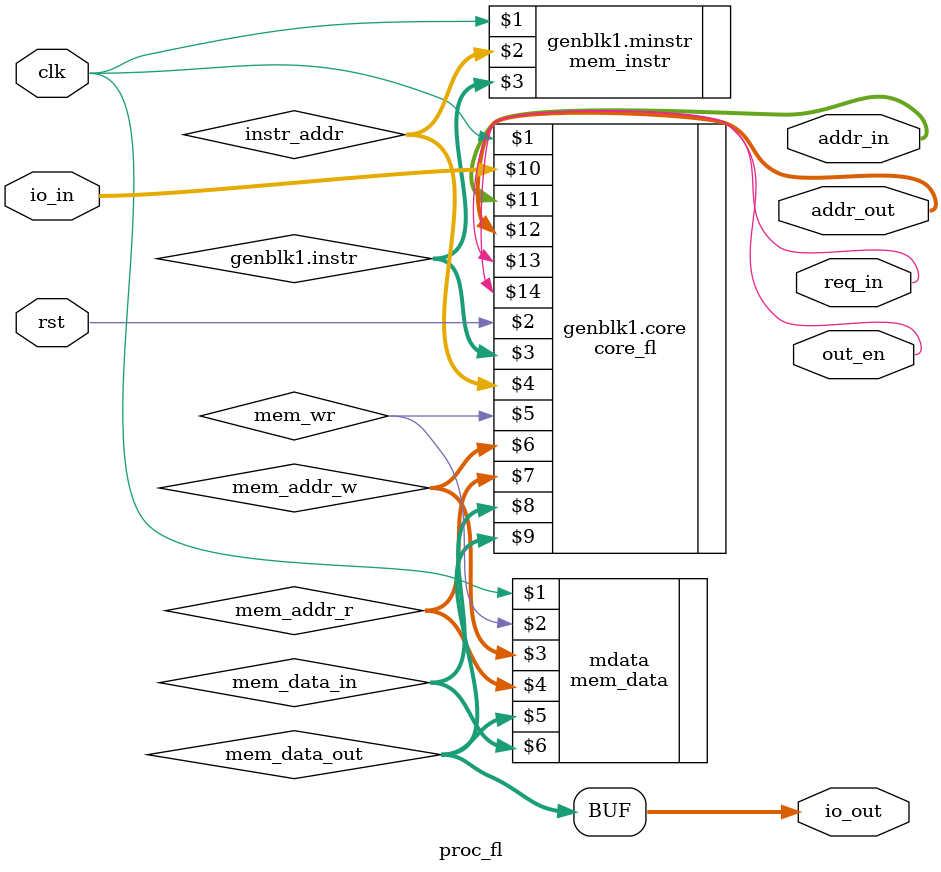
<source format=v>
module proc_fl
#(
	// parametros para serem configurados externamente -------------------------

	parameter NBMANT = 16,              // Numero de bits da Mantissa
	parameter NBEXPO = 6,               // Numero de bits do Expoente
	parameter MDATAS = 56,              // Numero de enderecos da memoria de dados
	parameter MINSTS = 410,             // Numero de enderecos da memoria de intrucoes
	parameter SDEPTH = 5,               // Numero de bits de endereco da pilha de subrotinas
	parameter NUIOIN = 8,               // Numero de enderecos de IO - entrada
	parameter NUIOOU = 8,               // Numero de ebderecos de IO - saida
	parameter DFILE = "data.mif",       // Inicializacao da memoria de dados
	parameter IFILE = "inst.mif",       // Inicializacao da memoria de programa

	// parametros de sintese de circuitos configuraveis ------------------------

	parameter LOR   =  0,
	parameter GRE   =  0,
	parameter DIV   =  0,               // Cria circuito de divisao
	parameter ADD   =  0,
	parameter MLT   =  0,
	parameter CAL   =  0,
	parameter SRF   =  0,
	parameter LES   =  0,
	parameter EQU   =  0,
	parameter NEG   =  0,
	parameter LAN   =  0,
	parameter LIN   =  0,
	parameter XOR   =  0,
	parameter ABS   =  0,
	parameter SIGN   =  0,

	// parametros configurados internamente ------------------------------------

	parameter NBOPCO = 6,               // Numero de bits de opcode
	parameter MDATAW = $clog2(MDATAS),  // Numero de bits de endereco da memoria de dados
	parameter MINSTW = $clog2(MINSTS)   // Numero de bits de endereco da memoria de instrucao
)
(
	input                              clk, rst,
	input         [NBMANT+NBEXPO   :0] io_in,
	output        [NBMANT+NBEXPO   :0] io_out,
	output        [$clog2(NUIOIN)-1:0] addr_in,
	output        [$clog2(NUIOOU)-1:0] addr_out,
	output                             req_in, out_en
);

// Processador e Mem de instrucao ---------------------------------------------

wire        [MINSTW-1     :0] instr_addr;
wire                          mem_wr;
wire        [MDATAW-1     :0] mem_addr_w, mem_addr_r;
wire signed [NBMANT+NBEXPO:0] mem_data_in;
wire signed [NBMANT+NBEXPO:0] mem_data_out;

assign io_out = mem_data_out;

generate

if (MDATAW > MINSTW) begin

wire [NBOPCO+MDATAW-1:0] instr;

core_fl #(.NBMANT(NBMANT),
          .NBEXPO(NBEXPO),
          .NBOPCO(NBOPCO),
          .MDATAW(MDATAW),
          .MINSTW(MINSTW),
          .SDEPTH(SDEPTH),
          .NBOPER(MDATAW),
          .MDATAS(MDATAS),
          .NUIOIN(NUIOIN),
          .NUIOOU(NUIOOU),
          .DIV   (DIV)   ,
          .CAL   (CAL)   ,
          .SRF   (SRF)   ,
          .MLT   (MLT)   ,
          .ADD   (ADD)   ,
          .LES   (LES)   ,
          .EQU   (EQU)   ,
          .LIN   (LIN)   ,
          .LAN   (LAN)   ,
          .GRE   (GRE)   ,
          .LOR   (LOR)   ,
          .XOR   (XOR)   ,
          .NEG   (NEG)   ,
			 .ABS   (ABS)   ,
			 .SIGN  (SIGN))  core(clk, rst,
                                instr, instr_addr,
                                mem_wr, mem_addr_w, mem_addr_r, mem_data_in, mem_data_out,
                                io_in, addr_in, addr_out, req_in, out_en);

mem_instr # (.NADDRE(MINSTS),
             .NBDATA(NBOPCO+MDATAW),
             .FNAME(IFILE)) minstr(clk, instr_addr, instr);

end else begin

wire [NBOPCO+MINSTW-1:0] instr;

core_fl #(.NBMANT(NBMANT),
          .NBEXPO(NBEXPO),
          .NBOPCO(NBOPCO),
          .MDATAW(MDATAW),
          .MINSTW(MINSTW),
          .SDEPTH(SDEPTH),
          .NBOPER(MINSTW),
          .MDATAS(MDATAS),
          .NUIOIN(NUIOIN),
          .NUIOOU(NUIOOU),
          .DIV   (DIV)   ,
          .CAL   (CAL)   ,
          .SRF   (SRF)   ,
          .MLT   (MLT)   ,
          .ADD   (ADD)   ,
          .LES   (LES)   ,
          .EQU   (EQU)   ,
          .LIN   (LIN)   ,
          .LAN   (LAN)   ,
          .GRE   (GRE)   ,
          .LOR   (LOR)   ,
          .XOR   (XOR)   ,
          .NEG   (NEG)   ,
			 .ABS   (ABS)   ,
			 .SIGN  (SIGN))  core(clk, rst,
                                instr, instr_addr,
                                mem_wr, mem_addr_w, mem_addr_r, mem_data_in, mem_data_out,
                                io_in, addr_in, addr_out, req_in, out_en);

mem_instr # (.NADDRE(MINSTS),
             .NBDATA(NBOPCO+MINSTW),
             .FNAME(IFILE)) minstr(clk, instr_addr, instr);

end

endgenerate

// Memoria de dados -----------------------------------------------------------

mem_data # (.NADDRE(MDATAS),
            .NBDATA(NBMANT+NBEXPO+1),
            .FNAME(DFILE)) mdata(clk, mem_wr, mem_addr_w, mem_addr_r, mem_data_out, mem_data_in);

endmodule 
</source>
